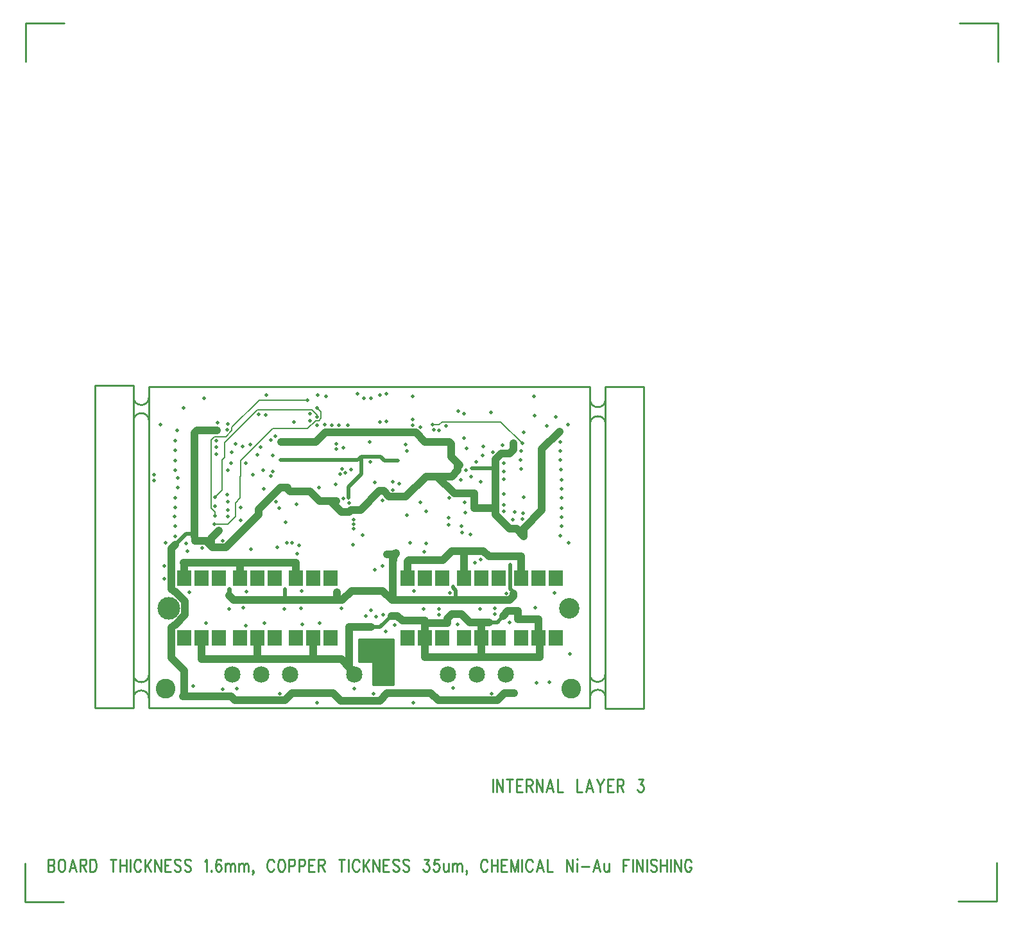
<source format=gbr>
*
*
G04 PADS Layout (Build Number 2007.21.1) generated Gerber (RS-274-X) file*
G04 PC Version=2.1*
*
%IN "2FOC-002.pcb"*%
*
%MOIN*%
*
%FSLAX35Y35*%
*
*
*
*
G04 PC Standard Apertures*
*
*
G04 Thermal Relief Aperture macro.*
%AMTER*
1,1,$1,0,0*
1,0,$1-$2,0,0*
21,0,$3,$4,0,0,45*
21,0,$3,$4,0,0,135*
%
*
*
G04 Annular Aperture macro.*
%AMANN*
1,1,$1,0,0*
1,0,$2,0,0*
%
*
*
G04 Odd Aperture macro.*
%AMODD*
1,1,$1,0,0*
1,0,$1-0.005,0,0*
%
*
*
G04 PC Custom Aperture Macros*
*
*
*
*
*
*
G04 PC Aperture Table*
*
%ADD010C,0.01*%
%ADD028R,0.075X0.084*%
%ADD029C,0.085*%
%ADD070C,0.001*%
%ADD083C,0.00787*%
%ADD085C,0.03937*%
%ADD087C,0.01969*%
%ADD091C,0.0315*%
%ADD092C,0.02362*%
%ADD122C,0.10236*%
%ADD124C,0.1063*%
%ADD125C,0.11811*%
*
*
*
*
G04 PC Circuitry*
G04 Layer Name 2FOC-002.pcb - circuitry*
%LPD*%
*
*
G04 PC Custom Flashes*
G04 Layer Name 2FOC-002.pcb - flashes*
%LPD*%
*
*
G04 PC Circuitry*
G04 Layer Name 2FOC-002.pcb - circuitry*
%LPD*%
*
G54D10*
G01X1990157Y1435460D02*
Y1428898D01*
X1992203Y1435460D02*
Y1428898D01*
Y1435460D02*
X1995385Y1428898D01*
Y1435460D02*
Y1428898D01*
X1999021Y1435460D02*
Y1428898D01*
X1997430Y1435460D02*
X2000612D01*
X2002657D02*
Y1428898D01*
Y1435460D02*
X2005612D01*
X2002657Y1432335D02*
X2004476D01*
X2002657Y1428898D02*
X2005612D01*
X2007657Y1435460D02*
Y1428898D01*
Y1435460D02*
X2009703D01*
X2010385Y1435148*
X2010612Y1434835*
X2010839Y1434210*
Y1433585*
X2010612Y1432960*
X2010385Y1432648*
X2009703Y1432335*
X2007657*
X2009248D02*
X2010839Y1428898D01*
X2012885Y1435460D02*
Y1428898D01*
Y1435460D02*
X2016067Y1428898D01*
Y1435460D02*
Y1428898D01*
X2019930Y1435460D02*
X2018112Y1428898D01*
X2019930Y1435460D02*
X2021748Y1428898D01*
X2018794Y1431085D02*
X2021067D01*
X2023794Y1435460D02*
Y1428898D01*
X2026521*
X2033794Y1435460D02*
Y1428898D01*
X2036521*
X2040385Y1435460D02*
X2038567Y1428898D01*
X2040385Y1435460D02*
X2042203Y1428898D01*
X2039248Y1431085D02*
X2041521D01*
X2044248Y1435460D02*
X2046067Y1432335D01*
Y1428898*
X2047885Y1435460D02*
X2046067Y1432335D01*
X2049930Y1435460D02*
Y1428898D01*
Y1435460D02*
X2052885D01*
X2049930Y1432335D02*
X2051748D01*
X2049930Y1428898D02*
X2052885D01*
X2054930Y1435460D02*
Y1428898D01*
Y1435460D02*
X2056976D01*
X2057657Y1435148*
X2057885Y1434835*
X2058112Y1434210*
Y1433585*
X2057885Y1432960*
X2057657Y1432648*
X2056976Y1432335*
X2054930*
X2056521D02*
X2058112Y1428898D01*
X2065839Y1435460D02*
X2068339D01*
X2066976Y1432960*
X2067657*
X2068112Y1432648*
X2068339Y1432335*
X2068567Y1431398*
Y1430773*
X2068339Y1429835*
X2067885Y1429210*
X2067203Y1428898*
X2066521*
X2065839Y1429210*
X2065612Y1429523*
X2065385Y1430148*
X1759252Y1394122D02*
Y1387559D01*
Y1394122D02*
X1761297D01*
X1761979Y1393809*
X1762207Y1393497*
X1762434Y1392872*
Y1392247*
X1762207Y1391622*
X1761979Y1391309*
X1761297Y1390997*
X1759252D02*
X1761297D01*
X1761979Y1390684*
X1762207Y1390372*
X1762434Y1389747*
Y1388809*
X1762207Y1388184*
X1761979Y1387872*
X1761297Y1387559*
X1759252*
X1765843Y1394122D02*
X1765388Y1393809D01*
X1764934Y1393184*
X1764707Y1392559*
X1764479Y1391622*
Y1390059*
X1764707Y1389122*
X1764934Y1388497*
X1765388Y1387872*
X1765843Y1387559*
X1766752*
X1767207Y1387872*
X1767661Y1388497*
X1767888Y1389122*
X1768116Y1390059*
Y1391622*
X1767888Y1392559*
X1767661Y1393184*
X1767207Y1393809*
X1766752Y1394122*
X1765843*
X1771979D02*
X1770161Y1387559D01*
X1771979Y1394122D02*
X1773797Y1387559D01*
X1770843Y1389747D02*
X1773116D01*
X1775843Y1394122D02*
Y1387559D01*
Y1394122D02*
X1777888D01*
X1778570Y1393809*
X1778797Y1393497*
X1779025Y1392872*
Y1392247*
X1778797Y1391622*
X1778570Y1391309*
X1777888Y1390997*
X1775843*
X1777434D02*
X1779025Y1387559D01*
X1781070Y1394122D02*
Y1387559D01*
Y1394122D02*
X1782661D01*
X1783343Y1393809*
X1783797Y1393184*
X1784025Y1392559*
X1784252Y1391622*
Y1390059*
X1784025Y1389122*
X1783797Y1388497*
X1783343Y1387872*
X1782661Y1387559*
X1781070*
X1793116Y1394122D02*
Y1387559D01*
X1791525Y1394122D02*
X1794707D01*
X1796752D02*
Y1387559D01*
X1799934Y1394122D02*
Y1387559D01*
X1796752Y1390997D02*
X1799934D01*
X1801979Y1394122D02*
Y1387559D01*
X1807434Y1392559D02*
X1807207Y1393184D01*
X1806752Y1393809*
X1806297Y1394122*
X1805388*
X1804934Y1393809*
X1804479Y1393184*
X1804252Y1392559*
X1804025Y1391622*
Y1390059*
X1804252Y1389122*
X1804479Y1388497*
X1804934Y1387872*
X1805388Y1387559*
X1806297*
X1806752Y1387872*
X1807207Y1388497*
X1807434Y1389122*
X1809479Y1394122D02*
Y1387559D01*
X1812661Y1394122D02*
X1809479Y1389747D01*
X1810616Y1391309D02*
X1812661Y1387559D01*
X1814707Y1394122D02*
Y1387559D01*
Y1394122D02*
X1817888Y1387559D01*
Y1394122D02*
Y1387559D01*
X1819934Y1394122D02*
Y1387559D01*
Y1394122D02*
X1822888D01*
X1819934Y1390997D02*
X1821752D01*
X1819934Y1387559D02*
X1822888D01*
X1828116Y1393184D02*
X1827661Y1393809D01*
X1826979Y1394122*
X1826070*
X1825388Y1393809*
X1824934Y1393184*
Y1392559*
X1825161Y1391934*
X1825388Y1391622*
X1825843Y1391309*
X1827207Y1390684*
X1827661Y1390372*
X1827888Y1390059*
X1828116Y1389434*
Y1388497*
X1827661Y1387872*
X1826979Y1387559*
X1826070*
X1825388Y1387872*
X1824934Y1388497*
X1833343Y1393184D02*
X1832888Y1393809D01*
X1832207Y1394122*
X1831297*
X1830616Y1393809*
X1830161Y1393184*
Y1392559*
X1830388Y1391934*
X1830616Y1391622*
X1831070Y1391309*
X1832434Y1390684*
X1832888Y1390372*
X1833116Y1390059*
X1833343Y1389434*
Y1388497*
X1832888Y1387872*
X1832207Y1387559*
X1831297*
X1830616Y1387872*
X1830161Y1388497*
X1840616Y1392872D02*
X1841070Y1393184D01*
X1841752Y1394122*
Y1387559*
X1844025Y1388184D02*
X1843797Y1387872D01*
X1844025Y1387559*
X1844252Y1387872*
X1844025Y1388184*
X1849025Y1393184D02*
X1848797Y1393809D01*
X1848116Y1394122*
X1847661*
X1846979Y1393809*
X1846525Y1392872*
X1846297Y1391309*
Y1389747*
X1846525Y1388497*
X1846979Y1387872*
X1847661Y1387559*
X1847888*
X1848570Y1387872*
X1849025Y1388497*
X1849252Y1389434*
Y1389747*
X1849025Y1390684*
X1848570Y1391309*
X1847888Y1391622*
X1847661*
X1846979Y1391309*
X1846525Y1390684*
X1846297Y1389747*
X1851297Y1391934D02*
Y1387559D01*
Y1390684D02*
X1851979Y1391622D01*
X1852434Y1391934*
X1853116*
X1853570Y1391622*
X1853797Y1390684*
Y1387559*
Y1390684D02*
X1854479Y1391622D01*
X1854934Y1391934*
X1855616*
X1856070Y1391622*
X1856297Y1390684*
Y1387559*
X1858343Y1391934D02*
Y1387559D01*
Y1390684D02*
X1859025Y1391622D01*
X1859479Y1391934*
X1860161*
X1860616Y1391622*
X1860843Y1390684*
Y1387559*
Y1390684D02*
X1861525Y1391622D01*
X1861979Y1391934*
X1862661*
X1863116Y1391622*
X1863343Y1390684*
Y1387559*
X1865843Y1387872D02*
X1865616Y1387559D01*
X1865388Y1387872*
X1865616Y1388184*
X1865843Y1387872*
Y1387247*
X1865616Y1386622*
X1865388Y1386309*
X1876525Y1392559D02*
X1876297Y1393184D01*
X1875843Y1393809*
X1875388Y1394122*
X1874479*
X1874025Y1393809*
X1873570Y1393184*
X1873343Y1392559*
X1873116Y1391622*
Y1390059*
X1873343Y1389122*
X1873570Y1388497*
X1874025Y1387872*
X1874479Y1387559*
X1875388*
X1875843Y1387872*
X1876297Y1388497*
X1876525Y1389122*
X1879934Y1394122D02*
X1879479Y1393809D01*
X1879025Y1393184*
X1878797Y1392559*
X1878570Y1391622*
Y1390059*
X1878797Y1389122*
X1879025Y1388497*
X1879479Y1387872*
X1879934Y1387559*
X1880843*
X1881297Y1387872*
X1881752Y1388497*
X1881979Y1389122*
X1882207Y1390059*
Y1391622*
X1881979Y1392559*
X1881752Y1393184*
X1881297Y1393809*
X1880843Y1394122*
X1879934*
X1884252D02*
Y1387559D01*
Y1394122D02*
X1886297D01*
X1886979Y1393809*
X1887207Y1393497*
X1887434Y1392872*
Y1391934*
X1887207Y1391309*
X1886979Y1390997*
X1886297Y1390684*
X1884252*
X1889479Y1394122D02*
Y1387559D01*
Y1394122D02*
X1891525D01*
X1892207Y1393809*
X1892434Y1393497*
X1892661Y1392872*
Y1391934*
X1892434Y1391309*
X1892207Y1390997*
X1891525Y1390684*
X1889479*
X1894707Y1394122D02*
Y1387559D01*
Y1394122D02*
X1897661D01*
X1894707Y1390997D02*
X1896525D01*
X1894707Y1387559D02*
X1897661D01*
X1899707Y1394122D02*
Y1387559D01*
Y1394122D02*
X1901752D01*
X1902434Y1393809*
X1902661Y1393497*
X1902888Y1392872*
Y1392247*
X1902661Y1391622*
X1902434Y1391309*
X1901752Y1390997*
X1899707*
X1901297D02*
X1902888Y1387559D01*
X1911752Y1394122D02*
Y1387559D01*
X1910161Y1394122D02*
X1913343D01*
X1915388D02*
Y1387559D01*
X1920843Y1392559D02*
X1920616Y1393184D01*
X1920161Y1393809*
X1919707Y1394122*
X1918797*
X1918343Y1393809*
X1917888Y1393184*
X1917661Y1392559*
X1917434Y1391622*
Y1390059*
X1917661Y1389122*
X1917888Y1388497*
X1918343Y1387872*
X1918797Y1387559*
X1919707*
X1920161Y1387872*
X1920616Y1388497*
X1920843Y1389122*
X1922888Y1394122D02*
Y1387559D01*
X1926070Y1394122D02*
X1922888Y1389747D01*
X1924025Y1391309D02*
X1926070Y1387559D01*
X1928116Y1394122D02*
Y1387559D01*
Y1394122D02*
X1931297Y1387559D01*
Y1394122D02*
Y1387559D01*
X1933343Y1394122D02*
Y1387559D01*
Y1394122D02*
X1936297D01*
X1933343Y1390997D02*
X1935161D01*
X1933343Y1387559D02*
X1936297D01*
X1941525Y1393184D02*
X1941070Y1393809D01*
X1940388Y1394122*
X1939479*
X1938797Y1393809*
X1938343Y1393184*
Y1392559*
X1938570Y1391934*
X1938797Y1391622*
X1939252Y1391309*
X1940616Y1390684*
X1941070Y1390372*
X1941297Y1390059*
X1941525Y1389434*
Y1388497*
X1941070Y1387872*
X1940388Y1387559*
X1939479*
X1938797Y1387872*
X1938343Y1388497*
X1946752Y1393184D02*
X1946297Y1393809D01*
X1945616Y1394122*
X1944707*
X1944025Y1393809*
X1943570Y1393184*
Y1392559*
X1943797Y1391934*
X1944025Y1391622*
X1944479Y1391309*
X1945843Y1390684*
X1946297Y1390372*
X1946525Y1390059*
X1946752Y1389434*
Y1388497*
X1946297Y1387872*
X1945616Y1387559*
X1944707*
X1944025Y1387872*
X1943570Y1388497*
X1954479Y1394122D02*
X1956979D01*
X1955616Y1391622*
X1956297*
X1956752Y1391309*
X1956979Y1390997*
X1957207Y1390059*
Y1389434*
X1956979Y1388497*
X1956525Y1387872*
X1955843Y1387559*
X1955161*
X1954479Y1387872*
X1954252Y1388184*
X1954025Y1388809*
X1962207Y1394122D02*
X1959934D01*
X1959707Y1391309*
X1959934Y1391622*
X1960616Y1391934*
X1961297*
X1961979Y1391622*
X1962434Y1390997*
X1962661Y1390059*
X1962434Y1389434*
X1962207Y1388497*
X1961752Y1387872*
X1961070Y1387559*
X1960388*
X1959707Y1387872*
X1959479Y1388184*
X1959252Y1388809*
X1964707Y1391934D02*
Y1388809D01*
X1964934Y1387872*
X1965388Y1387559*
X1966070*
X1966525Y1387872*
X1967207Y1388809*
Y1391934D02*
Y1387559D01*
X1969252Y1391934D02*
Y1387559D01*
Y1390684D02*
X1969934Y1391622D01*
X1970388Y1391934*
X1971070*
X1971525Y1391622*
X1971752Y1390684*
Y1387559*
Y1390684D02*
X1972434Y1391622D01*
X1972888Y1391934*
X1973570*
X1974025Y1391622*
X1974252Y1390684*
Y1387559*
X1976752Y1387872D02*
X1976525Y1387559D01*
X1976297Y1387872*
X1976525Y1388184*
X1976752Y1387872*
Y1387247*
X1976525Y1386622*
X1976297Y1386309*
X1987434Y1392559D02*
X1987207Y1393184D01*
X1986752Y1393809*
X1986297Y1394122*
X1985388*
X1984934Y1393809*
X1984479Y1393184*
X1984252Y1392559*
X1984025Y1391622*
Y1390059*
X1984252Y1389122*
X1984479Y1388497*
X1984934Y1387872*
X1985388Y1387559*
X1986297*
X1986752Y1387872*
X1987207Y1388497*
X1987434Y1389122*
X1989479Y1394122D02*
Y1387559D01*
X1992661Y1394122D02*
Y1387559D01*
X1989479Y1390997D02*
X1992661D01*
X1994707Y1394122D02*
Y1387559D01*
Y1394122D02*
X1997661D01*
X1994707Y1390997D02*
X1996525D01*
X1994707Y1387559D02*
X1997661D01*
X1999707Y1394122D02*
Y1387559D01*
Y1394122D02*
X2001525Y1387559D01*
X2003343Y1394122D02*
X2001525Y1387559D01*
X2003343Y1394122D02*
Y1387559D01*
X2005388Y1394122D02*
Y1387559D01*
X2010843Y1392559D02*
X2010616Y1393184D01*
X2010161Y1393809*
X2009707Y1394122*
X2008797*
X2008343Y1393809*
X2007888Y1393184*
X2007661Y1392559*
X2007434Y1391622*
Y1390059*
X2007661Y1389122*
X2007888Y1388497*
X2008343Y1387872*
X2008797Y1387559*
X2009707*
X2010161Y1387872*
X2010616Y1388497*
X2010843Y1389122*
X2014707Y1394122D02*
X2012888Y1387559D01*
X2014707Y1394122D02*
X2016525Y1387559D01*
X2013570Y1389747D02*
X2015843D01*
X2018570Y1394122D02*
Y1387559D01*
X2021297*
X2028570Y1394122D02*
Y1387559D01*
Y1394122D02*
X2031752Y1387559D01*
Y1394122D02*
Y1387559D01*
X2033797Y1394122D02*
X2034025Y1393809D01*
X2034252Y1394122*
X2034025Y1394434*
X2033797Y1394122*
X2034025Y1391934D02*
Y1387559D01*
X2036297Y1390372D02*
X2040388D01*
X2044252Y1394122D02*
X2042434Y1387559D01*
X2044252Y1394122D02*
X2046070Y1387559D01*
X2043116Y1389747D02*
X2045388D01*
X2048116Y1391934D02*
Y1388809D01*
X2048343Y1387872*
X2048797Y1387559*
X2049479*
X2049934Y1387872*
X2050616Y1388809*
Y1391934D02*
Y1387559D01*
X2057888Y1394122D02*
Y1387559D01*
Y1394122D02*
X2060843D01*
X2057888Y1390997D02*
X2059707D01*
X2062888Y1394122D02*
Y1387559D01*
X2064934Y1394122D02*
Y1387559D01*
Y1394122D02*
X2068116Y1387559D01*
Y1394122D02*
Y1387559D01*
X2070161Y1394122D02*
Y1387559D01*
X2075388Y1393184D02*
X2074934Y1393809D01*
X2074252Y1394122*
X2073343*
X2072661Y1393809*
X2072207Y1393184*
Y1392559*
X2072434Y1391934*
X2072661Y1391622*
X2073116Y1391309*
X2074479Y1390684*
X2074934Y1390372*
X2075161Y1390059*
X2075388Y1389434*
Y1388497*
X2074934Y1387872*
X2074252Y1387559*
X2073343*
X2072661Y1387872*
X2072207Y1388497*
X2077434Y1394122D02*
Y1387559D01*
X2080616Y1394122D02*
Y1387559D01*
X2077434Y1390997D02*
X2080616D01*
X2082661Y1394122D02*
Y1387559D01*
X2084707Y1394122D02*
Y1387559D01*
Y1394122D02*
X2087888Y1387559D01*
Y1394122D02*
Y1387559D01*
X2093343Y1392559D02*
X2093116Y1393184D01*
X2092661Y1393809*
X2092207Y1394122*
X2091297*
X2090843Y1393809*
X2090388Y1393184*
X2090161Y1392559*
X2089934Y1391622*
Y1390059*
X2090161Y1389122*
X2090388Y1388497*
X2090843Y1387872*
X2091297Y1387559*
X2092207*
X2092661Y1387872*
X2093116Y1388497*
X2093343Y1389122*
Y1390059*
X2092207D02*
X2093343D01*
X1920579Y1508319D02*
X1938476D01*
Y1484516*
X1927862*
Y1496524*
X1920579*
Y1508319*
Y1507914D02*
X1938476D01*
X1920579Y1507014D02*
X1938476D01*
X1920579Y1506114D02*
X1938476D01*
X1920579Y1505214D02*
X1938476D01*
X1920579Y1504314D02*
X1938476D01*
X1920579Y1503414D02*
X1938476D01*
X1920579Y1502514D02*
X1938476D01*
X1920579Y1501614D02*
X1938476D01*
X1920579Y1500714D02*
X1938476D01*
X1920579Y1499814D02*
X1938476D01*
X1920579Y1498914D02*
X1938476D01*
X1920579Y1498014D02*
X1938476D01*
X1920579Y1497114D02*
X1938476D01*
X1927862Y1496214D02*
X1938476D01*
X1927862Y1495314D02*
X1938476D01*
X1927862Y1494414D02*
X1938476D01*
X1927862Y1493514D02*
X1938476D01*
X1927862Y1492614D02*
X1938476D01*
X1927862Y1491714D02*
X1938476D01*
X1927862Y1490814D02*
X1938476D01*
X1927862Y1489914D02*
X1938476D01*
X1927862Y1489014D02*
X1938476D01*
X1927862Y1488114D02*
X1938476D01*
X1927862Y1487214D02*
X1938476D01*
X1927862Y1486314D02*
X1938476D01*
X1927862Y1485414D02*
X1938476D01*
X1811638Y1472618D02*
X2040748D01*
Y1639331*
X1811638*
Y1472618*
X1767520Y1828110D02*
X1747520D01*
Y1808110*
X1747441Y1391890D02*
Y1371890D01*
X1767441*
X2232087Y1372205D02*
X2252087D01*
Y1392205*
X2252559Y1808031D02*
Y1828031D01*
X2232559*
X1803543Y1640118D02*
Y1472598D01*
X1783465*
Y1639921*
X1803346*
X2040757Y1632696D02*
G75*
G03X2048757I4000J0D01*
G01X2048791Y1619988D02*
G03X2040791I-4000J-0D01*
G01X1803664Y1633822D02*
G03X1811664I4000J0D01*
G01X1811677Y1621551D02*
G03X1803677I-4000J0D01*
G01X1803664Y1489924D02*
G03X1811664I4000J0D01*
G01X1811612Y1477656D02*
G03X1803612I-4000J-0D01*
G01X2040672Y1490121D02*
G03X2048672I4000J0D01*
G01X2068504Y1472205D02*
X2048728D01*
Y1639331*
X2068504*
Y1472205*
X2048805Y1478060D02*
G03X2040805I-4000J-0D01*
G54D28*
G01X1829811Y1508795D03*
X1838811D03*
X1847811D03*
X1858811D03*
X1867811D03*
X1876811D03*
X1887811D03*
X1896811D03*
X1905811D03*
X1847811Y1539795D03*
X1838811D03*
X1829811D03*
X1876811D03*
X1867811D03*
X1858811D03*
X1905811D03*
X1896811D03*
X1887811D03*
X1945811Y1508795D03*
X1954811D03*
X1963811D03*
X1975311D03*
X1984311D03*
X1993311D03*
X2004811D03*
X2013811D03*
X2022811D03*
X1963811Y1539795D03*
X1954811D03*
X1945811D03*
X1993311D03*
X1984311D03*
X1975311D03*
X2022811D03*
X2013811D03*
X2004811D03*
G54D29*
X1918311Y1489795D03*
X1933311D03*
X1854811D03*
X1869811D03*
X1884811D03*
X1966811D03*
X1981811D03*
X1996811D03*
G54D70*
G54D83*
X1845669Y1567874D02*
X1852559D01*
X1856496Y1571811*
Y1578898*
X1859055Y1581457*
Y1592677*
X1859252Y1592874*
Y1600945*
X1875787Y1617480*
X1894094*
X1898228Y1621614*
X1899803*
X1900984Y1622795*
Y1623780*
X1845866Y1582047D02*
X1849606Y1585787D01*
Y1601339*
X1850984Y1602717*
Y1610394*
X1867913Y1627323*
X1896260*
X1899016Y1624567*
Y1623780*
X1843898Y1582047D02*
Y1577323D01*
Y1576142*
X1845866Y1574173*
Y1572205*
X1843898Y1582047D02*
Y1596220D01*
Y1611772*
X1845472Y1613346*
X1851575*
X1854724Y1616496*
Y1618268*
X1868898Y1632441*
X1893898*
X1898819Y1628307D02*
X1900984Y1626142D01*
Y1623780*
X1959055Y1619646D02*
X1962406D01*
X1963803Y1621043*
X1994272*
X2005512Y1609803*
G54D85*
X1829134Y1478504D02*
X1854331D01*
X1856299Y1476535*
X1882283*
X1886024Y1480276*
X1890945*
X1829134Y1478504D02*
X1830118Y1479488D01*
Y1492087*
X1890945Y1480276D02*
X1907283D01*
X1911220Y1476339*
X1931496*
X1935433Y1480276*
X1940748*
X1915748Y1493661D02*
X1918307Y1491102D01*
Y1489799*
X1918311Y1489795*
X1915748Y1493661D02*
Y1514528D01*
X1926969*
X1940748Y1480276D02*
X1958071D01*
X1961811Y1476535*
X1992520*
X1996260Y1480276*
X2001378*
X1838811Y1508795D02*
Y1497795D01*
X1867811*
X1896811D02*
X1867811D01*
Y1508795*
X1896811Y1497795D02*
X1911614D01*
X1915748Y1493661*
X1896811Y1497795D02*
Y1508795D01*
X1954811D02*
Y1498976D01*
X1984311*
X2014764*
Y1508795*
X1984311Y1498976D02*
Y1508795D01*
X2013811D02*
X2014031Y1509016D01*
X2014764*
Y1508795*
X1823425Y1514134D02*
Y1498780D01*
X1830118Y1492087*
X1823425Y1514134D02*
X1825020Y1515728D01*
X1825220*
X1830339Y1520846*
Y1524295*
X1853346Y1530866D02*
X1855709Y1528504D01*
X1882283*
X1909055*
X1909252Y1528701*
Y1532638*
X1909055Y1528504D02*
X1912008D01*
X1916929Y1533425*
X1933071*
X1937992Y1528504*
X1938386*
X1937598Y1520433D02*
X1940748D01*
X1943307Y1517874*
X1954811*
Y1516496*
X1970866Y1528504D02*
X1938386D01*
Y1551339*
X1954811Y1508795D02*
Y1516496D01*
X1966732*
Y1519055*
X1969094Y1521417*
X1973819*
X1978150Y1517087*
X1983661*
X1970866Y1528504D02*
X1998819D01*
X2000787Y1530472*
Y1532047*
X1988189Y1517087D02*
X1983661D01*
X1984311Y1516693*
Y1508795*
X1995669Y1520433D02*
X1998031Y1522795D01*
X2003150*
Y1518465*
X2013811*
Y1508795*
X1823425Y1535220D02*
Y1555276D01*
X1825394Y1557244*
X1823425Y1535220D02*
Y1534453D01*
X1825024Y1532854*
X1825417*
X1830339Y1527933*
Y1524295*
X1859055Y1547992D02*
X1829528D01*
X1829811Y1547709*
Y1539795*
X1859055Y1547992D02*
X1887811D01*
Y1539795*
X1858811D02*
Y1547748D01*
X1859055Y1547992*
X1938386Y1551339D02*
X1938583Y1549370D01*
X1938814Y1551339*
X1935236Y1552323D02*
X1937402D01*
X1938386Y1551339*
X1945811Y1539795D02*
Y1548528D01*
X1946457Y1549173*
X1964173*
X1968898Y1553898*
X1975311*
X1938814Y1551339D02*
X1938976Y1552717D01*
X1939567*
X1939961Y1553110*
Y1552520*
X1835433Y1562953D02*
Y1615315D01*
X1836614Y1616496*
X1847047*
X1835433Y1562953D02*
X1835457Y1559429D01*
X1841142*
X1843898Y1556457*
Y1560787*
X1847835Y1564724*
X1843898Y1556457D02*
X1844488Y1555866D01*
X1851575*
X1868504Y1572795*
Y1575551*
X1879921Y1586969*
X1883661*
X1975311Y1553898D02*
X1985433D01*
X1988189Y1551142*
X2004811*
Y1539795*
X1975311Y1553898D02*
Y1539795D01*
X2006299Y1561772D02*
Y1565709D01*
X2015748Y1575157*
Y1606850*
X2024803Y1615906*
X1884055Y1585984D02*
X1885039Y1585000D01*
X1890354*
X1895276*
X1900197Y1580079*
X1905906*
X1909055*
X1905906D02*
X1911614Y1574370D01*
X1915748*
X1916732Y1575354*
X1921457*
X1931299Y1585197*
X1933465*
X1936417Y1582244*
X1945079*
X1955512Y1592677*
X1961417*
X1970276Y1583819*
X1980512*
Y1576142*
X1991535*
X1961417Y1592677D02*
X1968898D01*
X1972047Y1595827*
Y1597795*
X1972933Y1598681*
X1991535Y1576142D02*
Y1572795D01*
X1998819Y1565512*
X2002559*
X2006299Y1561772*
X1991535Y1576142D02*
Y1596614D01*
X1880315Y1610591D02*
X1898228D01*
X1903150Y1615512*
X1950394*
X1955118Y1610787*
X1967520*
X1968701Y1609606*
Y1602913*
X1972933Y1598681*
X1991535Y1596614D02*
Y1601535D01*
X1994685Y1604685*
X1999016*
X2000787Y1606457*
Y1610000*
G54D87*
X1882283Y1528504D02*
Y1534213D01*
X1926969Y1514528D02*
X1931693D01*
X1937598Y1520433*
X1988189Y1517087D02*
X1992520D01*
X1995669Y1520433*
X1969685Y1535591D02*
Y1534803D01*
X1970866Y1533622*
Y1528504*
X1999409Y1546811D02*
Y1534213D01*
X2000787Y1532835*
Y1532047*
X1825394Y1557244D02*
X1831102Y1562953D01*
X1835433*
X1915157Y1581457D02*
Y1587362D01*
X1921850Y1594055*
Y1602913*
X1879921Y1601142D02*
X1920079D01*
X1921850Y1602913*
X1932087*
X1934055Y1600945*
X1940945*
X1979134Y1597008D02*
X1991142D01*
X1991535Y1596614*
X1829134Y1478504D03*
X1834646Y1483819D03*
X1850000Y1482441D03*
X1857283Y1482638D03*
X1890945Y1480276D03*
X1879528Y1480079D03*
X1899016Y1475157D03*
X1918307Y1482638D03*
X1928346Y1479882D03*
X1940748Y1480276D03*
X1949016Y1475354D03*
X1969488Y1482835D03*
X1989567Y1480079D03*
X2001378Y1480276D03*
X2012795Y1485591D03*
X2019685Y1485984D03*
X1932677Y1501929D03*
X1929134Y1502126D03*
X1925787D03*
X1922638D03*
Y1497795D03*
X1925787D03*
X1929134D03*
X1932677D03*
X1934646Y1512362D03*
X1936024Y1501929D03*
Y1497795D03*
X2030315Y1500551D03*
X1832480Y1532638D03*
X1841339Y1516496D03*
X1853150Y1523976D03*
X1862008Y1515315D03*
X1860630Y1524764D03*
X1871457Y1516496D03*
X1862205Y1532835D03*
X1891142Y1515906D03*
X1890551Y1524173D03*
X1890945Y1533228D03*
X1882087Y1523976D03*
X1900394Y1516496D03*
X1911614Y1524173D03*
X1909252Y1532638D03*
X1924213Y1520236D03*
X1929528Y1520039D03*
X1926969Y1523386D03*
X1933268Y1521024D03*
X1939370Y1515512D03*
X1949213Y1533228D03*
X1972047Y1515906D03*
X1962402Y1523976D03*
Y1520827D03*
X1954331Y1523976D03*
X1968110Y1532441D03*
X1983465Y1523976D03*
X1991339Y1521220D03*
Y1524370D03*
X1998819Y1516890D03*
X1997244Y1532047D03*
X2012402Y1524567D03*
X2022244Y1532441D03*
X1819488Y1539724D03*
Y1546220D03*
X1853346Y1534409D03*
X1888583Y1552520D03*
X1882283Y1534213D03*
X1928937Y1544252D03*
X1933071Y1546220D03*
X1935236Y1552323D03*
X1939961Y1552520D03*
X1954528Y1553504D03*
X1969685Y1535591D03*
X1981102Y1547795D03*
X1984055Y1549764D03*
X1999409Y1546811D03*
X1830906Y1558031D03*
X1831693Y1553898D03*
X1825197Y1566890D03*
X1820276Y1558425D03*
X1825000Y1572008D03*
X1825197Y1561772D03*
X1839370Y1555669D03*
X1845669Y1567874D03*
X1845866Y1572205D03*
X1847835Y1564724D03*
X1850000Y1559409D03*
X1852756Y1572008D03*
X1859449Y1570039D03*
X1864567Y1554882D03*
X1878150Y1556063D03*
X1889567Y1557047D03*
X1885827Y1558228D03*
X1882677Y1568858D03*
X1883268Y1558425D03*
X1922638Y1562165D03*
X1917913Y1570236D03*
X1917520Y1557244D03*
X1917913Y1567874D03*
Y1565512D03*
X1945472Y1572598D03*
X1947244Y1558425D03*
X1955512Y1557835D03*
X1967323Y1567677D03*
X1974016Y1567087D03*
X1967323Y1571220D03*
X1974213Y1563543D03*
X1978543Y1562756D03*
X2006102Y1573780D03*
X2005709Y1570630D03*
X2000591Y1570236D03*
X2006299Y1561772D03*
X2025787Y1571614D03*
Y1566890D03*
X2029528Y1558425D03*
X2025197Y1561969D03*
X1814197Y1593681D03*
Y1590728D03*
X1825197Y1581654D03*
Y1576732D03*
X1826575Y1591890D03*
Y1586969D03*
X1845866Y1582047D03*
Y1577323D03*
X1852559Y1579685D03*
X1852362Y1583228D03*
X1852559Y1575354D03*
X1871260Y1586378D03*
X1859449Y1576535D03*
X1865748Y1593661D03*
X1888189Y1578307D03*
X1879331Y1576142D03*
X1877756Y1579685D03*
X1890354Y1585000D03*
X1884646Y1584803D03*
X1883661Y1586969D03*
X1875000Y1592874D03*
X1908465Y1588740D03*
X1912598Y1581260D03*
X1909055Y1580079D03*
X1899803Y1586969D03*
X1915157Y1581457D03*
X1928937Y1589724D03*
X1932874Y1580276D03*
X1915748Y1578898D03*
X1938386Y1589921D03*
Y1585787D03*
X1941535Y1588937D03*
X1952559Y1579291D03*
X1968898Y1592677D03*
X1967520Y1581457D03*
X1955512Y1574567D03*
X1973622Y1590906D03*
X1983858Y1589921D03*
X1975591Y1579291D03*
X1975787Y1573976D03*
X1978937Y1592677D03*
X2006299Y1582047D03*
X2001772Y1574173D03*
X1996063Y1574567D03*
Y1578110D03*
Y1583622D03*
X1995866Y1591299D03*
X2025787Y1576339D03*
Y1581457D03*
Y1586181D03*
Y1590906D03*
X1825394Y1596024D03*
Y1600945D03*
Y1606260D03*
Y1611378D03*
X1846457Y1604291D03*
X1846654Y1608031D03*
X1846457Y1611378D03*
X1852756Y1595827D03*
X1854528Y1605276D03*
X1868110Y1603898D03*
X1864173Y1609213D03*
X1856693Y1609606D03*
X1871063Y1595827D03*
X1869488Y1608031D03*
X1860433Y1608425D03*
X1854331Y1599764D03*
X1862008D03*
X1875787Y1595433D03*
X1880315Y1610591D03*
X1875787Y1603504D03*
X1874803Y1611575D03*
X1877362Y1613543D03*
X1879921Y1601142D03*
X1911811Y1596614D03*
X1910827Y1594055D03*
X1913583Y1594646D03*
X1909055Y1607047D03*
Y1609606D03*
X1912598Y1607638D03*
X1916732Y1596220D03*
X1926575Y1600354D03*
X1926378Y1610787D03*
X1940945Y1600945D03*
X1944882Y1609213D03*
X1945472Y1606063D03*
X1967126Y1610000D03*
X1990181Y1605295D03*
X1979134Y1597008D03*
X1976181Y1595827D03*
X1981693Y1600354D03*
X1984843Y1603701D03*
X1985236Y1608425D03*
X1976772Y1607244D03*
X1975394Y1612756D03*
X2005118Y1596614D03*
X2000787Y1610000D03*
X2004921Y1606063D03*
X2004724Y1601339D03*
X2005512Y1609803D03*
X1995276Y1609016D03*
X1995866Y1599567D03*
Y1595433D03*
X2025591Y1596417D03*
X2025394Y1605866D03*
Y1601142D03*
Y1610787D03*
X1817717Y1619646D03*
X1826181Y1616496D03*
X1829748Y1628327D03*
X1840181Y1633445D03*
X1852559Y1619843D03*
X1847244Y1620630D03*
X1852362Y1617087D03*
X1847047Y1616496D03*
X1868504Y1624961D03*
X1872441Y1624567D03*
X1886811Y1621024D03*
X1893898Y1632441D03*
X1899016Y1619449D03*
X1895276Y1621614D03*
X1899016Y1623780D03*
X1898819Y1628307D03*
X1895276Y1625354D03*
X1910236Y1619449D03*
X1906693D03*
X1902953Y1619646D03*
X1923425Y1633228D03*
X1914961Y1619252D03*
X1931496Y1621024D03*
X1926969Y1633228D03*
X1952756Y1618268D03*
X1948622Y1622205D03*
X1935039Y1621417D03*
X1948622Y1619252D03*
X1965945Y1619055D03*
X1959055Y1619646D03*
X1959646Y1617087D03*
X1962402Y1616496D03*
X1972244Y1626732D03*
X1975394Y1625157D03*
X1989370Y1625945D03*
X2012031Y1624193D03*
X2006299Y1615709D03*
X2024803Y1615906D03*
X2029331Y1619646D03*
X2023031Y1623583D03*
X2018307Y1618858D03*
X1872638Y1635000D03*
X1899213Y1634803D03*
X1903740Y1634213D03*
X1931496Y1635000D03*
X1919882Y1635591D03*
X1934843D03*
X1948622Y1634213D03*
X2011614D03*
G54D91*
X1823425Y1514134D02*
X1824016D01*
G54D92*
X1853346Y1534409D02*
Y1530866D01*
G54D122*
X1820299Y1482461D03*
X2030929D03*
G54D124*
X2029811Y1524295D03*
G54D125*
X1821811D03*
G74*
X0Y0D02*
M02*

</source>
